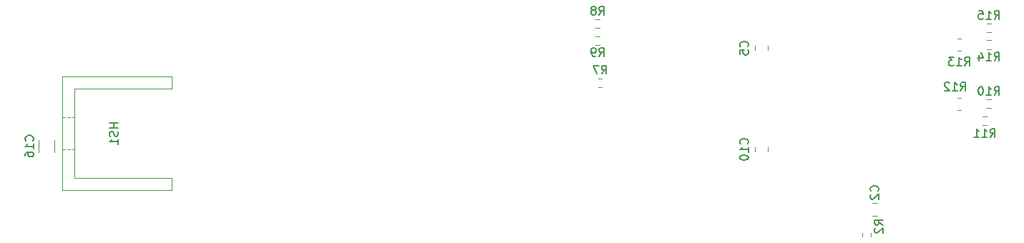
<source format=gbr>
%TF.GenerationSoftware,KiCad,Pcbnew,8.0.9*%
%TF.CreationDate,2025-03-21T10:18:05-04:00*%
%TF.ProjectId,Power_Elec_Project,506f7765-725f-4456-9c65-635f50726f6a,1*%
%TF.SameCoordinates,Original*%
%TF.FileFunction,Legend,Bot*%
%TF.FilePolarity,Positive*%
%FSLAX46Y46*%
G04 Gerber Fmt 4.6, Leading zero omitted, Abs format (unit mm)*
G04 Created by KiCad (PCBNEW 8.0.9) date 2025-03-21 10:18:05*
%MOMM*%
%LPD*%
G01*
G04 APERTURE LIST*
%ADD10C,0.150000*%
%ADD11C,0.120000*%
G04 APERTURE END LIST*
D10*
X194859580Y-121333333D02*
X194907200Y-121285714D01*
X194907200Y-121285714D02*
X194954819Y-121142857D01*
X194954819Y-121142857D02*
X194954819Y-121047619D01*
X194954819Y-121047619D02*
X194907200Y-120904762D01*
X194907200Y-120904762D02*
X194811961Y-120809524D01*
X194811961Y-120809524D02*
X194716723Y-120761905D01*
X194716723Y-120761905D02*
X194526247Y-120714286D01*
X194526247Y-120714286D02*
X194383390Y-120714286D01*
X194383390Y-120714286D02*
X194192914Y-120761905D01*
X194192914Y-120761905D02*
X194097676Y-120809524D01*
X194097676Y-120809524D02*
X194002438Y-120904762D01*
X194002438Y-120904762D02*
X193954819Y-121047619D01*
X193954819Y-121047619D02*
X193954819Y-121142857D01*
X193954819Y-121142857D02*
X194002438Y-121285714D01*
X194002438Y-121285714D02*
X194050057Y-121333333D01*
X194050057Y-121714286D02*
X194002438Y-121761905D01*
X194002438Y-121761905D02*
X193954819Y-121857143D01*
X193954819Y-121857143D02*
X193954819Y-122095238D01*
X193954819Y-122095238D02*
X194002438Y-122190476D01*
X194002438Y-122190476D02*
X194050057Y-122238095D01*
X194050057Y-122238095D02*
X194145295Y-122285714D01*
X194145295Y-122285714D02*
X194240533Y-122285714D01*
X194240533Y-122285714D02*
X194383390Y-122238095D01*
X194383390Y-122238095D02*
X194954819Y-121666667D01*
X194954819Y-121666667D02*
X194954819Y-122285714D01*
X104954819Y-113261905D02*
X103954819Y-113261905D01*
X104431009Y-113261905D02*
X104431009Y-113833333D01*
X104954819Y-113833333D02*
X103954819Y-113833333D01*
X104907200Y-114261905D02*
X104954819Y-114404762D01*
X104954819Y-114404762D02*
X104954819Y-114642857D01*
X104954819Y-114642857D02*
X104907200Y-114738095D01*
X104907200Y-114738095D02*
X104859580Y-114785714D01*
X104859580Y-114785714D02*
X104764342Y-114833333D01*
X104764342Y-114833333D02*
X104669104Y-114833333D01*
X104669104Y-114833333D02*
X104573866Y-114785714D01*
X104573866Y-114785714D02*
X104526247Y-114738095D01*
X104526247Y-114738095D02*
X104478628Y-114642857D01*
X104478628Y-114642857D02*
X104431009Y-114452381D01*
X104431009Y-114452381D02*
X104383390Y-114357143D01*
X104383390Y-114357143D02*
X104335771Y-114309524D01*
X104335771Y-114309524D02*
X104240533Y-114261905D01*
X104240533Y-114261905D02*
X104145295Y-114261905D01*
X104145295Y-114261905D02*
X104050057Y-114309524D01*
X104050057Y-114309524D02*
X104002438Y-114357143D01*
X104002438Y-114357143D02*
X103954819Y-114452381D01*
X103954819Y-114452381D02*
X103954819Y-114690476D01*
X103954819Y-114690476D02*
X104002438Y-114833333D01*
X104954819Y-115785714D02*
X104954819Y-115214286D01*
X104954819Y-115500000D02*
X103954819Y-115500000D01*
X103954819Y-115500000D02*
X104097676Y-115404762D01*
X104097676Y-115404762D02*
X104192914Y-115309524D01*
X104192914Y-115309524D02*
X104240533Y-115214286D01*
X204642857Y-109454819D02*
X204976190Y-108978628D01*
X205214285Y-109454819D02*
X205214285Y-108454819D01*
X205214285Y-108454819D02*
X204833333Y-108454819D01*
X204833333Y-108454819D02*
X204738095Y-108502438D01*
X204738095Y-108502438D02*
X204690476Y-108550057D01*
X204690476Y-108550057D02*
X204642857Y-108645295D01*
X204642857Y-108645295D02*
X204642857Y-108788152D01*
X204642857Y-108788152D02*
X204690476Y-108883390D01*
X204690476Y-108883390D02*
X204738095Y-108931009D01*
X204738095Y-108931009D02*
X204833333Y-108978628D01*
X204833333Y-108978628D02*
X205214285Y-108978628D01*
X203690476Y-109454819D02*
X204261904Y-109454819D01*
X203976190Y-109454819D02*
X203976190Y-108454819D01*
X203976190Y-108454819D02*
X204071428Y-108597676D01*
X204071428Y-108597676D02*
X204166666Y-108692914D01*
X204166666Y-108692914D02*
X204261904Y-108740533D01*
X203309523Y-108550057D02*
X203261904Y-108502438D01*
X203261904Y-108502438D02*
X203166666Y-108454819D01*
X203166666Y-108454819D02*
X202928571Y-108454819D01*
X202928571Y-108454819D02*
X202833333Y-108502438D01*
X202833333Y-108502438D02*
X202785714Y-108550057D01*
X202785714Y-108550057D02*
X202738095Y-108645295D01*
X202738095Y-108645295D02*
X202738095Y-108740533D01*
X202738095Y-108740533D02*
X202785714Y-108883390D01*
X202785714Y-108883390D02*
X203357142Y-109454819D01*
X203357142Y-109454819D02*
X202738095Y-109454819D01*
X162166666Y-107454819D02*
X162499999Y-106978628D01*
X162738094Y-107454819D02*
X162738094Y-106454819D01*
X162738094Y-106454819D02*
X162357142Y-106454819D01*
X162357142Y-106454819D02*
X162261904Y-106502438D01*
X162261904Y-106502438D02*
X162214285Y-106550057D01*
X162214285Y-106550057D02*
X162166666Y-106645295D01*
X162166666Y-106645295D02*
X162166666Y-106788152D01*
X162166666Y-106788152D02*
X162214285Y-106883390D01*
X162214285Y-106883390D02*
X162261904Y-106931009D01*
X162261904Y-106931009D02*
X162357142Y-106978628D01*
X162357142Y-106978628D02*
X162738094Y-106978628D01*
X161833332Y-106454819D02*
X161166666Y-106454819D01*
X161166666Y-106454819D02*
X161595237Y-107454819D01*
X161879166Y-105384819D02*
X162212499Y-104908628D01*
X162450594Y-105384819D02*
X162450594Y-104384819D01*
X162450594Y-104384819D02*
X162069642Y-104384819D01*
X162069642Y-104384819D02*
X161974404Y-104432438D01*
X161974404Y-104432438D02*
X161926785Y-104480057D01*
X161926785Y-104480057D02*
X161879166Y-104575295D01*
X161879166Y-104575295D02*
X161879166Y-104718152D01*
X161879166Y-104718152D02*
X161926785Y-104813390D01*
X161926785Y-104813390D02*
X161974404Y-104861009D01*
X161974404Y-104861009D02*
X162069642Y-104908628D01*
X162069642Y-104908628D02*
X162450594Y-104908628D01*
X161402975Y-105384819D02*
X161212499Y-105384819D01*
X161212499Y-105384819D02*
X161117261Y-105337200D01*
X161117261Y-105337200D02*
X161069642Y-105289580D01*
X161069642Y-105289580D02*
X160974404Y-105146723D01*
X160974404Y-105146723D02*
X160926785Y-104956247D01*
X160926785Y-104956247D02*
X160926785Y-104575295D01*
X160926785Y-104575295D02*
X160974404Y-104480057D01*
X160974404Y-104480057D02*
X161022023Y-104432438D01*
X161022023Y-104432438D02*
X161117261Y-104384819D01*
X161117261Y-104384819D02*
X161307737Y-104384819D01*
X161307737Y-104384819D02*
X161402975Y-104432438D01*
X161402975Y-104432438D02*
X161450594Y-104480057D01*
X161450594Y-104480057D02*
X161498213Y-104575295D01*
X161498213Y-104575295D02*
X161498213Y-104813390D01*
X161498213Y-104813390D02*
X161450594Y-104908628D01*
X161450594Y-104908628D02*
X161402975Y-104956247D01*
X161402975Y-104956247D02*
X161307737Y-105003866D01*
X161307737Y-105003866D02*
X161117261Y-105003866D01*
X161117261Y-105003866D02*
X161022023Y-104956247D01*
X161022023Y-104956247D02*
X160974404Y-104908628D01*
X160974404Y-104908628D02*
X160926785Y-104813390D01*
X179434580Y-104223333D02*
X179482200Y-104175714D01*
X179482200Y-104175714D02*
X179529819Y-104032857D01*
X179529819Y-104032857D02*
X179529819Y-103937619D01*
X179529819Y-103937619D02*
X179482200Y-103794762D01*
X179482200Y-103794762D02*
X179386961Y-103699524D01*
X179386961Y-103699524D02*
X179291723Y-103651905D01*
X179291723Y-103651905D02*
X179101247Y-103604286D01*
X179101247Y-103604286D02*
X178958390Y-103604286D01*
X178958390Y-103604286D02*
X178767914Y-103651905D01*
X178767914Y-103651905D02*
X178672676Y-103699524D01*
X178672676Y-103699524D02*
X178577438Y-103794762D01*
X178577438Y-103794762D02*
X178529819Y-103937619D01*
X178529819Y-103937619D02*
X178529819Y-104032857D01*
X178529819Y-104032857D02*
X178577438Y-104175714D01*
X178577438Y-104175714D02*
X178625057Y-104223333D01*
X178529819Y-105128095D02*
X178529819Y-104651905D01*
X178529819Y-104651905D02*
X179006009Y-104604286D01*
X179006009Y-104604286D02*
X178958390Y-104651905D01*
X178958390Y-104651905D02*
X178910771Y-104747143D01*
X178910771Y-104747143D02*
X178910771Y-104985238D01*
X178910771Y-104985238D02*
X178958390Y-105080476D01*
X178958390Y-105080476D02*
X179006009Y-105128095D01*
X179006009Y-105128095D02*
X179101247Y-105175714D01*
X179101247Y-105175714D02*
X179339342Y-105175714D01*
X179339342Y-105175714D02*
X179434580Y-105128095D01*
X179434580Y-105128095D02*
X179482200Y-105080476D01*
X179482200Y-105080476D02*
X179529819Y-104985238D01*
X179529819Y-104985238D02*
X179529819Y-104747143D01*
X179529819Y-104747143D02*
X179482200Y-104651905D01*
X179482200Y-104651905D02*
X179434580Y-104604286D01*
X208642857Y-109954819D02*
X208976190Y-109478628D01*
X209214285Y-109954819D02*
X209214285Y-108954819D01*
X209214285Y-108954819D02*
X208833333Y-108954819D01*
X208833333Y-108954819D02*
X208738095Y-109002438D01*
X208738095Y-109002438D02*
X208690476Y-109050057D01*
X208690476Y-109050057D02*
X208642857Y-109145295D01*
X208642857Y-109145295D02*
X208642857Y-109288152D01*
X208642857Y-109288152D02*
X208690476Y-109383390D01*
X208690476Y-109383390D02*
X208738095Y-109431009D01*
X208738095Y-109431009D02*
X208833333Y-109478628D01*
X208833333Y-109478628D02*
X209214285Y-109478628D01*
X207690476Y-109954819D02*
X208261904Y-109954819D01*
X207976190Y-109954819D02*
X207976190Y-108954819D01*
X207976190Y-108954819D02*
X208071428Y-109097676D01*
X208071428Y-109097676D02*
X208166666Y-109192914D01*
X208166666Y-109192914D02*
X208261904Y-109240533D01*
X207071428Y-108954819D02*
X206976190Y-108954819D01*
X206976190Y-108954819D02*
X206880952Y-109002438D01*
X206880952Y-109002438D02*
X206833333Y-109050057D01*
X206833333Y-109050057D02*
X206785714Y-109145295D01*
X206785714Y-109145295D02*
X206738095Y-109335771D01*
X206738095Y-109335771D02*
X206738095Y-109573866D01*
X206738095Y-109573866D02*
X206785714Y-109764342D01*
X206785714Y-109764342D02*
X206833333Y-109859580D01*
X206833333Y-109859580D02*
X206880952Y-109907200D01*
X206880952Y-109907200D02*
X206976190Y-109954819D01*
X206976190Y-109954819D02*
X207071428Y-109954819D01*
X207071428Y-109954819D02*
X207166666Y-109907200D01*
X207166666Y-109907200D02*
X207214285Y-109859580D01*
X207214285Y-109859580D02*
X207261904Y-109764342D01*
X207261904Y-109764342D02*
X207309523Y-109573866D01*
X207309523Y-109573866D02*
X207309523Y-109335771D01*
X207309523Y-109335771D02*
X207261904Y-109145295D01*
X207261904Y-109145295D02*
X207214285Y-109050057D01*
X207214285Y-109050057D02*
X207166666Y-109002438D01*
X207166666Y-109002438D02*
X207071428Y-108954819D01*
X208642857Y-105884819D02*
X208976190Y-105408628D01*
X209214285Y-105884819D02*
X209214285Y-104884819D01*
X209214285Y-104884819D02*
X208833333Y-104884819D01*
X208833333Y-104884819D02*
X208738095Y-104932438D01*
X208738095Y-104932438D02*
X208690476Y-104980057D01*
X208690476Y-104980057D02*
X208642857Y-105075295D01*
X208642857Y-105075295D02*
X208642857Y-105218152D01*
X208642857Y-105218152D02*
X208690476Y-105313390D01*
X208690476Y-105313390D02*
X208738095Y-105361009D01*
X208738095Y-105361009D02*
X208833333Y-105408628D01*
X208833333Y-105408628D02*
X209214285Y-105408628D01*
X207690476Y-105884819D02*
X208261904Y-105884819D01*
X207976190Y-105884819D02*
X207976190Y-104884819D01*
X207976190Y-104884819D02*
X208071428Y-105027676D01*
X208071428Y-105027676D02*
X208166666Y-105122914D01*
X208166666Y-105122914D02*
X208261904Y-105170533D01*
X206833333Y-105218152D02*
X206833333Y-105884819D01*
X207071428Y-104837200D02*
X207309523Y-105551485D01*
X207309523Y-105551485D02*
X206690476Y-105551485D01*
X94859580Y-115357142D02*
X94907200Y-115309523D01*
X94907200Y-115309523D02*
X94954819Y-115166666D01*
X94954819Y-115166666D02*
X94954819Y-115071428D01*
X94954819Y-115071428D02*
X94907200Y-114928571D01*
X94907200Y-114928571D02*
X94811961Y-114833333D01*
X94811961Y-114833333D02*
X94716723Y-114785714D01*
X94716723Y-114785714D02*
X94526247Y-114738095D01*
X94526247Y-114738095D02*
X94383390Y-114738095D01*
X94383390Y-114738095D02*
X94192914Y-114785714D01*
X94192914Y-114785714D02*
X94097676Y-114833333D01*
X94097676Y-114833333D02*
X94002438Y-114928571D01*
X94002438Y-114928571D02*
X93954819Y-115071428D01*
X93954819Y-115071428D02*
X93954819Y-115166666D01*
X93954819Y-115166666D02*
X94002438Y-115309523D01*
X94002438Y-115309523D02*
X94050057Y-115357142D01*
X94954819Y-116309523D02*
X94954819Y-115738095D01*
X94954819Y-116023809D02*
X93954819Y-116023809D01*
X93954819Y-116023809D02*
X94097676Y-115928571D01*
X94097676Y-115928571D02*
X94192914Y-115833333D01*
X94192914Y-115833333D02*
X94240533Y-115738095D01*
X93954819Y-117166666D02*
X93954819Y-116976190D01*
X93954819Y-116976190D02*
X94002438Y-116880952D01*
X94002438Y-116880952D02*
X94050057Y-116833333D01*
X94050057Y-116833333D02*
X94192914Y-116738095D01*
X94192914Y-116738095D02*
X94383390Y-116690476D01*
X94383390Y-116690476D02*
X94764342Y-116690476D01*
X94764342Y-116690476D02*
X94859580Y-116738095D01*
X94859580Y-116738095D02*
X94907200Y-116785714D01*
X94907200Y-116785714D02*
X94954819Y-116880952D01*
X94954819Y-116880952D02*
X94954819Y-117071428D01*
X94954819Y-117071428D02*
X94907200Y-117166666D01*
X94907200Y-117166666D02*
X94859580Y-117214285D01*
X94859580Y-117214285D02*
X94764342Y-117261904D01*
X94764342Y-117261904D02*
X94526247Y-117261904D01*
X94526247Y-117261904D02*
X94431009Y-117214285D01*
X94431009Y-117214285D02*
X94383390Y-117166666D01*
X94383390Y-117166666D02*
X94335771Y-117071428D01*
X94335771Y-117071428D02*
X94335771Y-116880952D01*
X94335771Y-116880952D02*
X94383390Y-116785714D01*
X94383390Y-116785714D02*
X94431009Y-116738095D01*
X94431009Y-116738095D02*
X94526247Y-116690476D01*
X195454819Y-125333333D02*
X194978628Y-125000000D01*
X195454819Y-124761905D02*
X194454819Y-124761905D01*
X194454819Y-124761905D02*
X194454819Y-125142857D01*
X194454819Y-125142857D02*
X194502438Y-125238095D01*
X194502438Y-125238095D02*
X194550057Y-125285714D01*
X194550057Y-125285714D02*
X194645295Y-125333333D01*
X194645295Y-125333333D02*
X194788152Y-125333333D01*
X194788152Y-125333333D02*
X194883390Y-125285714D01*
X194883390Y-125285714D02*
X194931009Y-125238095D01*
X194931009Y-125238095D02*
X194978628Y-125142857D01*
X194978628Y-125142857D02*
X194978628Y-124761905D01*
X194550057Y-125714286D02*
X194502438Y-125761905D01*
X194502438Y-125761905D02*
X194454819Y-125857143D01*
X194454819Y-125857143D02*
X194454819Y-126095238D01*
X194454819Y-126095238D02*
X194502438Y-126190476D01*
X194502438Y-126190476D02*
X194550057Y-126238095D01*
X194550057Y-126238095D02*
X194645295Y-126285714D01*
X194645295Y-126285714D02*
X194740533Y-126285714D01*
X194740533Y-126285714D02*
X194883390Y-126238095D01*
X194883390Y-126238095D02*
X195454819Y-125666667D01*
X195454819Y-125666667D02*
X195454819Y-126285714D01*
X179434580Y-115747142D02*
X179482200Y-115699523D01*
X179482200Y-115699523D02*
X179529819Y-115556666D01*
X179529819Y-115556666D02*
X179529819Y-115461428D01*
X179529819Y-115461428D02*
X179482200Y-115318571D01*
X179482200Y-115318571D02*
X179386961Y-115223333D01*
X179386961Y-115223333D02*
X179291723Y-115175714D01*
X179291723Y-115175714D02*
X179101247Y-115128095D01*
X179101247Y-115128095D02*
X178958390Y-115128095D01*
X178958390Y-115128095D02*
X178767914Y-115175714D01*
X178767914Y-115175714D02*
X178672676Y-115223333D01*
X178672676Y-115223333D02*
X178577438Y-115318571D01*
X178577438Y-115318571D02*
X178529819Y-115461428D01*
X178529819Y-115461428D02*
X178529819Y-115556666D01*
X178529819Y-115556666D02*
X178577438Y-115699523D01*
X178577438Y-115699523D02*
X178625057Y-115747142D01*
X179529819Y-116699523D02*
X179529819Y-116128095D01*
X179529819Y-116413809D02*
X178529819Y-116413809D01*
X178529819Y-116413809D02*
X178672676Y-116318571D01*
X178672676Y-116318571D02*
X178767914Y-116223333D01*
X178767914Y-116223333D02*
X178815533Y-116128095D01*
X178529819Y-117318571D02*
X178529819Y-117413809D01*
X178529819Y-117413809D02*
X178577438Y-117509047D01*
X178577438Y-117509047D02*
X178625057Y-117556666D01*
X178625057Y-117556666D02*
X178720295Y-117604285D01*
X178720295Y-117604285D02*
X178910771Y-117651904D01*
X178910771Y-117651904D02*
X179148866Y-117651904D01*
X179148866Y-117651904D02*
X179339342Y-117604285D01*
X179339342Y-117604285D02*
X179434580Y-117556666D01*
X179434580Y-117556666D02*
X179482200Y-117509047D01*
X179482200Y-117509047D02*
X179529819Y-117413809D01*
X179529819Y-117413809D02*
X179529819Y-117318571D01*
X179529819Y-117318571D02*
X179482200Y-117223333D01*
X179482200Y-117223333D02*
X179434580Y-117175714D01*
X179434580Y-117175714D02*
X179339342Y-117128095D01*
X179339342Y-117128095D02*
X179148866Y-117080476D01*
X179148866Y-117080476D02*
X178910771Y-117080476D01*
X178910771Y-117080476D02*
X178720295Y-117128095D01*
X178720295Y-117128095D02*
X178625057Y-117175714D01*
X178625057Y-117175714D02*
X178577438Y-117223333D01*
X178577438Y-117223333D02*
X178529819Y-117318571D01*
X208142857Y-114954819D02*
X208476190Y-114478628D01*
X208714285Y-114954819D02*
X208714285Y-113954819D01*
X208714285Y-113954819D02*
X208333333Y-113954819D01*
X208333333Y-113954819D02*
X208238095Y-114002438D01*
X208238095Y-114002438D02*
X208190476Y-114050057D01*
X208190476Y-114050057D02*
X208142857Y-114145295D01*
X208142857Y-114145295D02*
X208142857Y-114288152D01*
X208142857Y-114288152D02*
X208190476Y-114383390D01*
X208190476Y-114383390D02*
X208238095Y-114431009D01*
X208238095Y-114431009D02*
X208333333Y-114478628D01*
X208333333Y-114478628D02*
X208714285Y-114478628D01*
X207190476Y-114954819D02*
X207761904Y-114954819D01*
X207476190Y-114954819D02*
X207476190Y-113954819D01*
X207476190Y-113954819D02*
X207571428Y-114097676D01*
X207571428Y-114097676D02*
X207666666Y-114192914D01*
X207666666Y-114192914D02*
X207761904Y-114240533D01*
X206238095Y-114954819D02*
X206809523Y-114954819D01*
X206523809Y-114954819D02*
X206523809Y-113954819D01*
X206523809Y-113954819D02*
X206619047Y-114097676D01*
X206619047Y-114097676D02*
X206714285Y-114192914D01*
X206714285Y-114192914D02*
X206809523Y-114240533D01*
X205142857Y-106454819D02*
X205476190Y-105978628D01*
X205714285Y-106454819D02*
X205714285Y-105454819D01*
X205714285Y-105454819D02*
X205333333Y-105454819D01*
X205333333Y-105454819D02*
X205238095Y-105502438D01*
X205238095Y-105502438D02*
X205190476Y-105550057D01*
X205190476Y-105550057D02*
X205142857Y-105645295D01*
X205142857Y-105645295D02*
X205142857Y-105788152D01*
X205142857Y-105788152D02*
X205190476Y-105883390D01*
X205190476Y-105883390D02*
X205238095Y-105931009D01*
X205238095Y-105931009D02*
X205333333Y-105978628D01*
X205333333Y-105978628D02*
X205714285Y-105978628D01*
X204190476Y-106454819D02*
X204761904Y-106454819D01*
X204476190Y-106454819D02*
X204476190Y-105454819D01*
X204476190Y-105454819D02*
X204571428Y-105597676D01*
X204571428Y-105597676D02*
X204666666Y-105692914D01*
X204666666Y-105692914D02*
X204761904Y-105740533D01*
X203857142Y-105454819D02*
X203238095Y-105454819D01*
X203238095Y-105454819D02*
X203571428Y-105835771D01*
X203571428Y-105835771D02*
X203428571Y-105835771D01*
X203428571Y-105835771D02*
X203333333Y-105883390D01*
X203333333Y-105883390D02*
X203285714Y-105931009D01*
X203285714Y-105931009D02*
X203238095Y-106026247D01*
X203238095Y-106026247D02*
X203238095Y-106264342D01*
X203238095Y-106264342D02*
X203285714Y-106359580D01*
X203285714Y-106359580D02*
X203333333Y-106407200D01*
X203333333Y-106407200D02*
X203428571Y-106454819D01*
X203428571Y-106454819D02*
X203714285Y-106454819D01*
X203714285Y-106454819D02*
X203809523Y-106407200D01*
X203809523Y-106407200D02*
X203857142Y-106359580D01*
X161879166Y-100454819D02*
X162212499Y-99978628D01*
X162450594Y-100454819D02*
X162450594Y-99454819D01*
X162450594Y-99454819D02*
X162069642Y-99454819D01*
X162069642Y-99454819D02*
X161974404Y-99502438D01*
X161974404Y-99502438D02*
X161926785Y-99550057D01*
X161926785Y-99550057D02*
X161879166Y-99645295D01*
X161879166Y-99645295D02*
X161879166Y-99788152D01*
X161879166Y-99788152D02*
X161926785Y-99883390D01*
X161926785Y-99883390D02*
X161974404Y-99931009D01*
X161974404Y-99931009D02*
X162069642Y-99978628D01*
X162069642Y-99978628D02*
X162450594Y-99978628D01*
X161307737Y-99883390D02*
X161402975Y-99835771D01*
X161402975Y-99835771D02*
X161450594Y-99788152D01*
X161450594Y-99788152D02*
X161498213Y-99692914D01*
X161498213Y-99692914D02*
X161498213Y-99645295D01*
X161498213Y-99645295D02*
X161450594Y-99550057D01*
X161450594Y-99550057D02*
X161402975Y-99502438D01*
X161402975Y-99502438D02*
X161307737Y-99454819D01*
X161307737Y-99454819D02*
X161117261Y-99454819D01*
X161117261Y-99454819D02*
X161022023Y-99502438D01*
X161022023Y-99502438D02*
X160974404Y-99550057D01*
X160974404Y-99550057D02*
X160926785Y-99645295D01*
X160926785Y-99645295D02*
X160926785Y-99692914D01*
X160926785Y-99692914D02*
X160974404Y-99788152D01*
X160974404Y-99788152D02*
X161022023Y-99835771D01*
X161022023Y-99835771D02*
X161117261Y-99883390D01*
X161117261Y-99883390D02*
X161307737Y-99883390D01*
X161307737Y-99883390D02*
X161402975Y-99931009D01*
X161402975Y-99931009D02*
X161450594Y-99978628D01*
X161450594Y-99978628D02*
X161498213Y-100073866D01*
X161498213Y-100073866D02*
X161498213Y-100264342D01*
X161498213Y-100264342D02*
X161450594Y-100359580D01*
X161450594Y-100359580D02*
X161402975Y-100407200D01*
X161402975Y-100407200D02*
X161307737Y-100454819D01*
X161307737Y-100454819D02*
X161117261Y-100454819D01*
X161117261Y-100454819D02*
X161022023Y-100407200D01*
X161022023Y-100407200D02*
X160974404Y-100359580D01*
X160974404Y-100359580D02*
X160926785Y-100264342D01*
X160926785Y-100264342D02*
X160926785Y-100073866D01*
X160926785Y-100073866D02*
X160974404Y-99978628D01*
X160974404Y-99978628D02*
X161022023Y-99931009D01*
X161022023Y-99931009D02*
X161117261Y-99883390D01*
X208642857Y-100954819D02*
X208976190Y-100478628D01*
X209214285Y-100954819D02*
X209214285Y-99954819D01*
X209214285Y-99954819D02*
X208833333Y-99954819D01*
X208833333Y-99954819D02*
X208738095Y-100002438D01*
X208738095Y-100002438D02*
X208690476Y-100050057D01*
X208690476Y-100050057D02*
X208642857Y-100145295D01*
X208642857Y-100145295D02*
X208642857Y-100288152D01*
X208642857Y-100288152D02*
X208690476Y-100383390D01*
X208690476Y-100383390D02*
X208738095Y-100431009D01*
X208738095Y-100431009D02*
X208833333Y-100478628D01*
X208833333Y-100478628D02*
X209214285Y-100478628D01*
X207690476Y-100954819D02*
X208261904Y-100954819D01*
X207976190Y-100954819D02*
X207976190Y-99954819D01*
X207976190Y-99954819D02*
X208071428Y-100097676D01*
X208071428Y-100097676D02*
X208166666Y-100192914D01*
X208166666Y-100192914D02*
X208261904Y-100240533D01*
X206785714Y-99954819D02*
X207261904Y-99954819D01*
X207261904Y-99954819D02*
X207309523Y-100431009D01*
X207309523Y-100431009D02*
X207261904Y-100383390D01*
X207261904Y-100383390D02*
X207166666Y-100335771D01*
X207166666Y-100335771D02*
X206928571Y-100335771D01*
X206928571Y-100335771D02*
X206833333Y-100383390D01*
X206833333Y-100383390D02*
X206785714Y-100431009D01*
X206785714Y-100431009D02*
X206738095Y-100526247D01*
X206738095Y-100526247D02*
X206738095Y-100764342D01*
X206738095Y-100764342D02*
X206785714Y-100859580D01*
X206785714Y-100859580D02*
X206833333Y-100907200D01*
X206833333Y-100907200D02*
X206928571Y-100954819D01*
X206928571Y-100954819D02*
X207166666Y-100954819D01*
X207166666Y-100954819D02*
X207261904Y-100907200D01*
X207261904Y-100907200D02*
X207309523Y-100859580D01*
D11*
%TO.C,C2*%
X194761252Y-122765000D02*
X194238748Y-122765000D01*
X194761252Y-124235000D02*
X194238748Y-124235000D01*
%TO.C,HS1*%
X98390000Y-121220000D02*
X98390000Y-107780000D01*
X98690000Y-112600000D02*
X98390000Y-112600000D01*
X98690000Y-116400000D02*
X98390000Y-116400000D01*
X99250000Y-112600000D02*
X98950000Y-112600000D01*
X99250000Y-116400000D02*
X98950000Y-116400000D01*
X99810000Y-109210000D02*
X111310000Y-109210000D01*
X99810000Y-112600000D02*
X99510000Y-112600000D01*
X99810000Y-116400000D02*
X99510000Y-116400000D01*
X99810000Y-119790000D02*
X99810000Y-109210000D01*
X111310000Y-107780000D02*
X98390000Y-107780000D01*
X111310000Y-109210000D02*
X111310000Y-107780000D01*
X111310000Y-119790000D02*
X99810000Y-119790000D01*
X111310000Y-121220000D02*
X98390000Y-121220000D01*
X111310000Y-121220000D02*
X111310000Y-119790000D01*
%TO.C,R12*%
X204272936Y-110265000D02*
X204727064Y-110265000D01*
X204272936Y-111735000D02*
X204727064Y-111735000D01*
%TO.C,R7*%
X162237258Y-107977500D02*
X161762742Y-107977500D01*
X162237258Y-109022500D02*
X161762742Y-109022500D01*
%TO.C,R9*%
X161949758Y-102977500D02*
X161475242Y-102977500D01*
X161949758Y-104022500D02*
X161475242Y-104022500D01*
%TO.C,C5*%
X180340000Y-104651252D02*
X180340000Y-104128748D01*
X181810000Y-104651252D02*
X181810000Y-104128748D01*
%TO.C,R10*%
X208237258Y-110477500D02*
X207762742Y-110477500D01*
X208237258Y-111522500D02*
X207762742Y-111522500D01*
%TO.C,R14*%
X208237258Y-103477500D02*
X207762742Y-103477500D01*
X208237258Y-104522500D02*
X207762742Y-104522500D01*
%TO.C,C16*%
X95590000Y-116711252D02*
X95590000Y-115288748D01*
X97410000Y-116711252D02*
X97410000Y-115288748D01*
%TO.C,R2*%
X192977500Y-126737258D02*
X192977500Y-126262742D01*
X194022500Y-126737258D02*
X194022500Y-126262742D01*
%TO.C,C10*%
X180340000Y-116128748D02*
X180340000Y-116651252D01*
X181810000Y-116128748D02*
X181810000Y-116651252D01*
%TO.C,R11*%
X207262742Y-112477500D02*
X207737258Y-112477500D01*
X207262742Y-113522500D02*
X207737258Y-113522500D01*
%TO.C,R13*%
X204272936Y-103265000D02*
X204727064Y-103265000D01*
X204272936Y-104735000D02*
X204727064Y-104735000D01*
%TO.C,R8*%
X161949758Y-100977500D02*
X161475242Y-100977500D01*
X161949758Y-102022500D02*
X161475242Y-102022500D01*
%TO.C,R15*%
X207762742Y-101477500D02*
X208237258Y-101477500D01*
X207762742Y-102522500D02*
X208237258Y-102522500D01*
%TD*%
M02*

</source>
